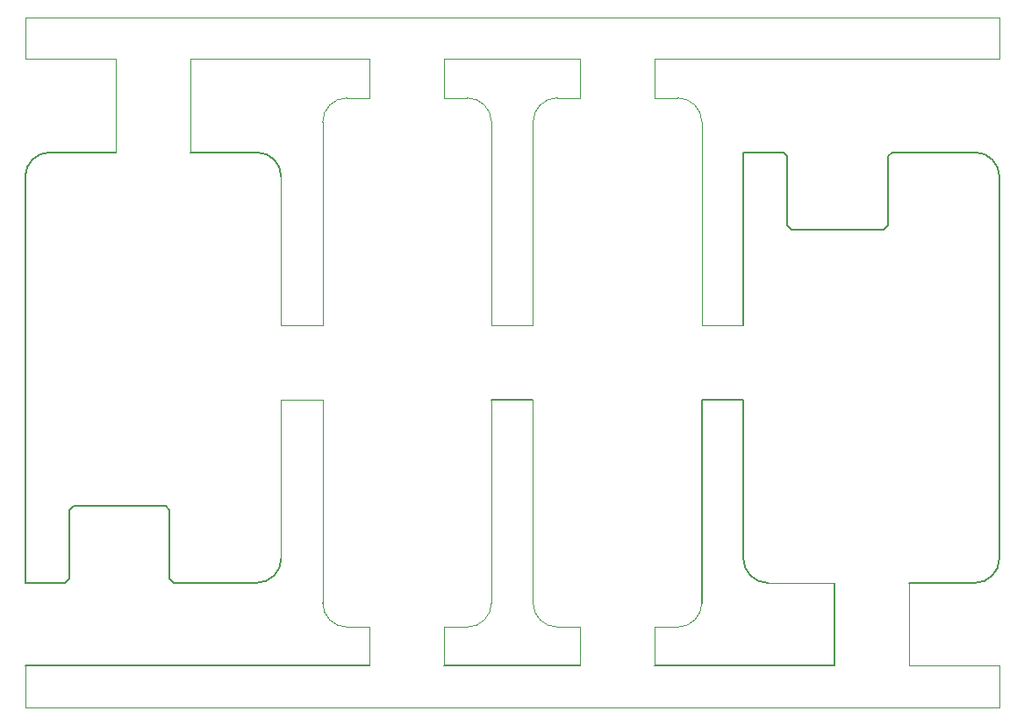
<source format=gbr>
%TF.GenerationSoftware,KiCad,Pcbnew,7.0.5*%
%TF.CreationDate,2024-01-10T23:57:27+08:00*%
%TF.ProjectId,4th,3474682e-6b69-4636-9164-5f7063625858,rev?*%
%TF.SameCoordinates,Original*%
%TF.FileFunction,Profile,NP*%
%FSLAX46Y46*%
G04 Gerber Fmt 4.6, Leading zero omitted, Abs format (unit mm)*
G04 Created by KiCad (PCBNEW 7.0.5) date 2024-01-10 23:57:27*
%MOMM*%
%LPD*%
G01*
G04 APERTURE LIST*
%TA.AperFunction,Profile*%
%ADD10C,0.100000*%
%TD*%
%TA.AperFunction,Profile*%
%ADD11C,0.150000*%
%TD*%
G04 APERTURE END LIST*
D10*
X69449997Y-63385000D02*
X69449997Y-82990001D01*
X40400000Y-30490000D02*
X57700000Y-30490000D01*
D11*
X93750000Y-39490000D02*
X93750063Y-56185000D01*
X102500000Y-81070299D02*
X102500000Y-89080000D01*
D10*
X40400472Y-39490000D02*
X40400000Y-30490000D01*
D11*
X108095000Y-39490000D02*
X116100000Y-39490000D01*
X46800236Y-81070000D02*
X38795236Y-81070000D01*
D10*
X69450000Y-36580000D02*
X69449997Y-56185000D01*
X57700000Y-34230000D02*
X57700000Y-30490000D01*
D11*
X89750299Y-63385000D02*
X89750299Y-82989703D01*
X37995236Y-73620000D02*
X29095236Y-73620000D01*
X108095000Y-39490000D02*
X107695000Y-39890000D01*
X26800236Y-39490036D02*
G75*
G03*
X24450236Y-41840000I-36J-2349964D01*
G01*
X64900000Y-89080000D02*
X78000000Y-89079702D01*
X28695236Y-80670000D02*
X28295236Y-81070000D01*
D10*
X57700000Y-89080000D02*
X57700000Y-85340001D01*
X49150236Y-56185000D02*
X53150000Y-56185000D01*
D11*
X26800236Y-39490000D02*
X33200000Y-39490000D01*
X24450236Y-81070000D02*
X24450236Y-41840000D01*
D10*
X64900000Y-34229702D02*
X64900000Y-30490000D01*
D11*
X38395236Y-80670000D02*
X38395236Y-74020000D01*
X97595000Y-39490000D02*
X93750000Y-39490000D01*
D10*
X55499997Y-85340001D02*
X57700000Y-85340001D01*
X85200000Y-30490000D02*
X118450000Y-30490000D01*
X89750296Y-36579702D02*
X89750299Y-56185000D01*
D11*
X73450299Y-63385000D02*
X69449997Y-63385000D01*
D10*
X64900000Y-85340001D02*
X67099997Y-85340001D01*
X67099997Y-85339997D02*
G75*
G03*
X69449997Y-82990001I3J2349997D01*
G01*
X49150236Y-41840000D02*
X49150236Y-56185000D01*
D11*
X24450236Y-89080000D02*
X57700000Y-89080000D01*
D10*
X69450000Y-36580000D02*
G75*
G03*
X67100000Y-34230000I-2350000J0D01*
G01*
X85200000Y-34229702D02*
X87400296Y-34229702D01*
X73450299Y-63385000D02*
X73450299Y-82989703D01*
X24450236Y-26490000D02*
X118450000Y-26490000D01*
X49150236Y-78720000D02*
X49150236Y-63385000D01*
D11*
X97995000Y-46540000D02*
X97995000Y-39890000D01*
D10*
X73450297Y-82989703D02*
G75*
G03*
X75800299Y-85339703I2350003J3D01*
G01*
D11*
X118450000Y-41840000D02*
G75*
G03*
X116100000Y-39490000I-2350000J0D01*
G01*
D10*
X75800296Y-34229696D02*
G75*
G03*
X73450296Y-36579702I4J-2350004D01*
G01*
X87400299Y-85339699D02*
G75*
G03*
X89750299Y-82989703I1J2349999D01*
G01*
X85200000Y-34229702D02*
X85200000Y-30490000D01*
X78000000Y-34229702D02*
X78000000Y-30490000D01*
X64900000Y-34229702D02*
X67100000Y-34230000D01*
D11*
X38395236Y-80670000D02*
X38795236Y-81070000D01*
D10*
X118450000Y-89080000D02*
X118450000Y-93080000D01*
X118450000Y-26490000D02*
X118450000Y-30490000D01*
D11*
X28695236Y-80670000D02*
X28695236Y-74020000D01*
D10*
X53150000Y-56185000D02*
X53150000Y-36580000D01*
D11*
X38395236Y-74020000D02*
X37995236Y-73620000D01*
D10*
X24450236Y-26490000D02*
X24450236Y-30490000D01*
D11*
X93750063Y-63385000D02*
X93750000Y-78720000D01*
X118450000Y-41840000D02*
X118450000Y-78720000D01*
D10*
X78000000Y-30490000D02*
X64900000Y-30490000D01*
D11*
X98395000Y-46940000D02*
X107295000Y-46940000D01*
X107295000Y-46940000D02*
X107695000Y-46540000D01*
D10*
X96100000Y-81070000D02*
X102500000Y-81070299D01*
D11*
X46800236Y-81070036D02*
G75*
G03*
X49150236Y-78720000I-36J2350036D01*
G01*
D10*
X49150236Y-63385000D02*
X53150000Y-63385000D01*
X33200000Y-39490000D02*
X33200000Y-30490000D01*
X55500000Y-34230000D02*
X57700000Y-34230000D01*
D11*
X93750000Y-78720000D02*
G75*
G03*
X96100000Y-81070000I2350000J0D01*
G01*
D10*
X85200000Y-89080000D02*
X85200000Y-85340001D01*
D11*
X107695000Y-46540000D02*
X107695000Y-39890000D01*
D10*
X24450236Y-93080000D02*
X118450000Y-93080000D01*
D11*
X116100000Y-81070000D02*
G75*
G03*
X118450000Y-78720000I0J2350000D01*
G01*
X97595000Y-39490000D02*
X97995000Y-39890000D01*
X24450236Y-81070000D02*
X28295236Y-81070000D01*
D10*
X89750298Y-36579702D02*
G75*
G03*
X87400296Y-34229702I-2349998J2D01*
G01*
X53149999Y-82990001D02*
G75*
G03*
X55499997Y-85340001I2350001J1D01*
G01*
X24450236Y-30490000D02*
X33200000Y-30490000D01*
D11*
X93750063Y-63385000D02*
X89750299Y-63385000D01*
X28695236Y-74020000D02*
X29095236Y-73620000D01*
D10*
X55500000Y-34230000D02*
G75*
G03*
X53150000Y-36580000I0J-2350000D01*
G01*
X73450299Y-56185000D02*
X73450296Y-36579702D01*
X24450236Y-89080000D02*
X24450236Y-93080000D01*
X53149997Y-82990001D02*
X53150000Y-63385000D01*
X69449997Y-56185000D02*
X73450299Y-56185000D01*
D11*
X102500000Y-89080000D02*
X85200000Y-89080000D01*
D10*
X78000000Y-89079702D02*
X78000000Y-85339703D01*
X64900000Y-89080000D02*
X64900000Y-85340001D01*
X78000000Y-34229702D02*
X75800296Y-34229702D01*
D11*
X40400472Y-39490000D02*
X46800236Y-39490000D01*
D10*
X89750299Y-56185000D02*
X93750063Y-56185000D01*
X78000000Y-85339703D02*
X75800299Y-85339703D01*
X109700000Y-89080000D02*
X118450000Y-89080000D01*
D11*
X49150200Y-41840000D02*
G75*
G03*
X46800236Y-39490000I-2350000J0D01*
G01*
D10*
X85200000Y-85340001D02*
X87400299Y-85339703D01*
X109700000Y-89080000D02*
X109700000Y-81070299D01*
D11*
X116100000Y-81070000D02*
X109700000Y-81070299D01*
X98395000Y-46940000D02*
X97995000Y-46540000D01*
M02*

</source>
